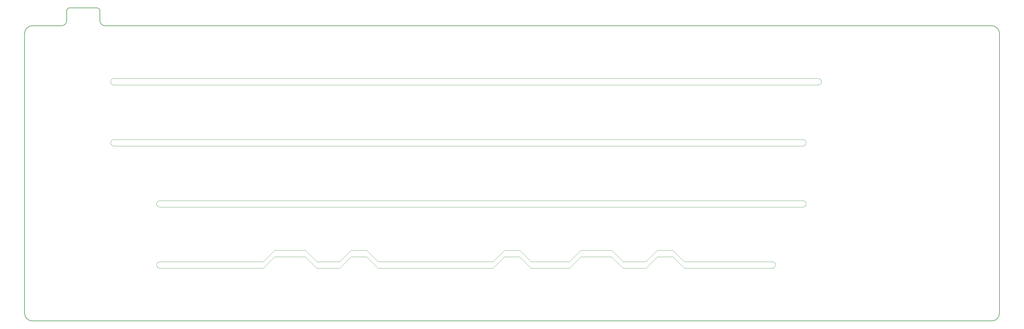
<source format=gbr>
G04 #@! TF.GenerationSoftware,KiCad,Pcbnew,(5.1.10)-1*
G04 #@! TF.CreationDate,2021-10-06T09:16:15+07:00*
G04 #@! TF.ProjectId,averange65,61766572-616e-4676-9536-352e6b696361,rev?*
G04 #@! TF.SameCoordinates,Original*
G04 #@! TF.FileFunction,Profile,NP*
%FSLAX46Y46*%
G04 Gerber Fmt 4.6, Leading zero omitted, Abs format (unit mm)*
G04 Created by KiCad (PCBNEW (5.1.10)-1) date 2021-10-06 09:16:15*
%MOMM*%
%LPD*%
G01*
G04 APERTURE LIST*
G04 #@! TA.AperFunction,Profile*
%ADD10C,0.100000*%
G04 #@! TD*
G04 #@! TA.AperFunction,Profile*
%ADD11C,0.150000*%
G04 #@! TD*
G04 APERTURE END LIST*
D10*
X173672642Y-112046130D02*
X183198390Y-112046130D01*
X154622614Y-110046182D02*
X149860094Y-110046182D01*
X154622614Y-112046182D02*
X149860122Y-112046182D01*
X146288204Y-113618072D02*
X110569464Y-113618072D01*
X146288204Y-115618072D02*
X110569464Y-115618072D01*
X106997574Y-112046182D02*
X102235054Y-112046182D01*
X106997574Y-110046182D02*
X102235054Y-110046182D01*
X91519880Y-113618020D02*
X98663164Y-113618072D01*
X91519880Y-115618020D02*
X98663164Y-115618072D01*
X106997574Y-112046182D02*
X110569464Y-115618072D01*
X149860094Y-112046182D02*
X146288204Y-115618072D01*
X102235054Y-112046182D02*
X98663164Y-115618072D01*
X149860094Y-110046182D02*
X146288204Y-113618072D01*
X154622614Y-110046182D02*
X158194504Y-113618072D01*
X102235054Y-110046182D02*
X98663164Y-113618072D01*
X106997574Y-110046182D02*
X110569464Y-113618072D01*
X154622614Y-112046182D02*
X158194504Y-115618072D01*
X74851060Y-115618020D02*
X42704050Y-115618020D01*
X42704050Y-113618020D02*
X74851060Y-113618020D01*
X158194504Y-113618072D02*
X170100752Y-113618020D01*
X170100752Y-115618020D02*
X158194504Y-115618072D01*
X186770280Y-115618020D02*
X193914060Y-115618020D01*
X186770280Y-113618020D02*
X193914060Y-113618020D01*
X233204094Y-115617160D02*
X205820360Y-115618020D01*
X205820360Y-113618020D02*
X233204094Y-113617160D01*
D11*
X301490767Y-39998716D02*
X25630341Y-39998584D01*
X12174662Y-39998508D02*
X3002070Y-39998767D01*
X301490767Y-39998716D02*
G75*
G02*
X303856094Y-42364041I-15873J-2381200D01*
G01*
X13740101Y-35220277D02*
G75*
G02*
X14517818Y-34442559I793592J-15874D01*
G01*
X643093Y-42364043D02*
G75*
G02*
X643040Y-42395793I-53J-15875D01*
G01*
X13739864Y-38427036D02*
G75*
G02*
X12174662Y-39998508I-1587424J15875D01*
G01*
X643093Y-42364044D02*
G75*
G02*
X3002070Y-39998767I2381200J-15872D01*
G01*
X643040Y-42395793D02*
X643040Y-129676719D01*
X24058790Y-38427036D02*
X24058552Y-35220276D01*
X13740101Y-35220277D02*
X13739863Y-38427036D01*
X303856094Y-129708468D02*
G75*
G02*
X301490767Y-132073793I-2381200J15875D01*
G01*
X25630341Y-39998584D02*
G75*
G02*
X24058790Y-38427036I15872J1587423D01*
G01*
X303856094Y-129708468D02*
X303856094Y-42364041D01*
X3008420Y-132073846D02*
X301490767Y-132073793D01*
X3008420Y-132073846D02*
G75*
G02*
X643040Y-129676719I15873J2381253D01*
G01*
X23280834Y-34442559D02*
X14517818Y-34442559D01*
X23280834Y-34442559D02*
G75*
G02*
X24058552Y-35220276I-15874J-793592D01*
G01*
D10*
X28416250Y-58467500D02*
G75*
G02*
X28416250Y-56467500I0J1000000D01*
G01*
X233204094Y-113617160D02*
G75*
G02*
X233204094Y-115617160I0J-1000000D01*
G01*
X42704050Y-115618020D02*
G75*
G02*
X42704050Y-113618020I0J1000000D01*
G01*
X202248470Y-112046130D02*
X205820360Y-115618020D01*
X183198390Y-112046130D02*
X186770280Y-115618020D01*
X87947990Y-112046130D02*
X91519880Y-115618020D01*
X193914060Y-115618020D02*
X197485950Y-112046130D01*
X170100752Y-115618020D02*
X173672642Y-112046130D01*
X78422950Y-112046130D02*
X87947990Y-112046130D01*
X197485950Y-112046130D02*
X202248470Y-112046130D01*
X74851060Y-115618020D02*
X78422950Y-112046130D01*
X202248470Y-110046130D02*
X205820360Y-113618020D01*
X183198390Y-110046130D02*
X186770280Y-113618020D01*
X87947990Y-110046130D02*
X91519880Y-113618020D01*
X193914060Y-113618020D02*
X197485950Y-110046130D01*
X170100752Y-113618020D02*
X173672642Y-110046130D01*
X78422950Y-110046130D02*
X87947990Y-110046130D01*
X197485950Y-110046130D02*
X202248470Y-110046130D01*
X173672642Y-110046130D02*
X183198390Y-110046130D01*
X74851060Y-113618020D02*
X78422950Y-110046130D01*
X42704050Y-96567500D02*
G75*
G02*
X42704050Y-94567500I0J1000000D01*
G01*
X242729834Y-96567500D02*
X42704050Y-96567500D01*
X242729834Y-94567500D02*
X42704050Y-94567500D01*
X242729834Y-94567500D02*
G75*
G02*
X242729834Y-96567500I0J-1000000D01*
G01*
X242729890Y-77517500D02*
X28416250Y-77517500D01*
X242729890Y-75517500D02*
G75*
G02*
X242729890Y-77517500I0J-1000000D01*
G01*
X28416250Y-77517500D02*
G75*
G02*
X28416250Y-75517500I0J1000000D01*
G01*
X242729890Y-75517500D02*
X28416250Y-75517500D01*
X247491434Y-56467500D02*
X28416250Y-56467500D01*
X247491434Y-56467500D02*
G75*
G02*
X247491434Y-58467500I0J-1000000D01*
G01*
X247491434Y-58467500D02*
X28416250Y-58467500D01*
M02*

</source>
